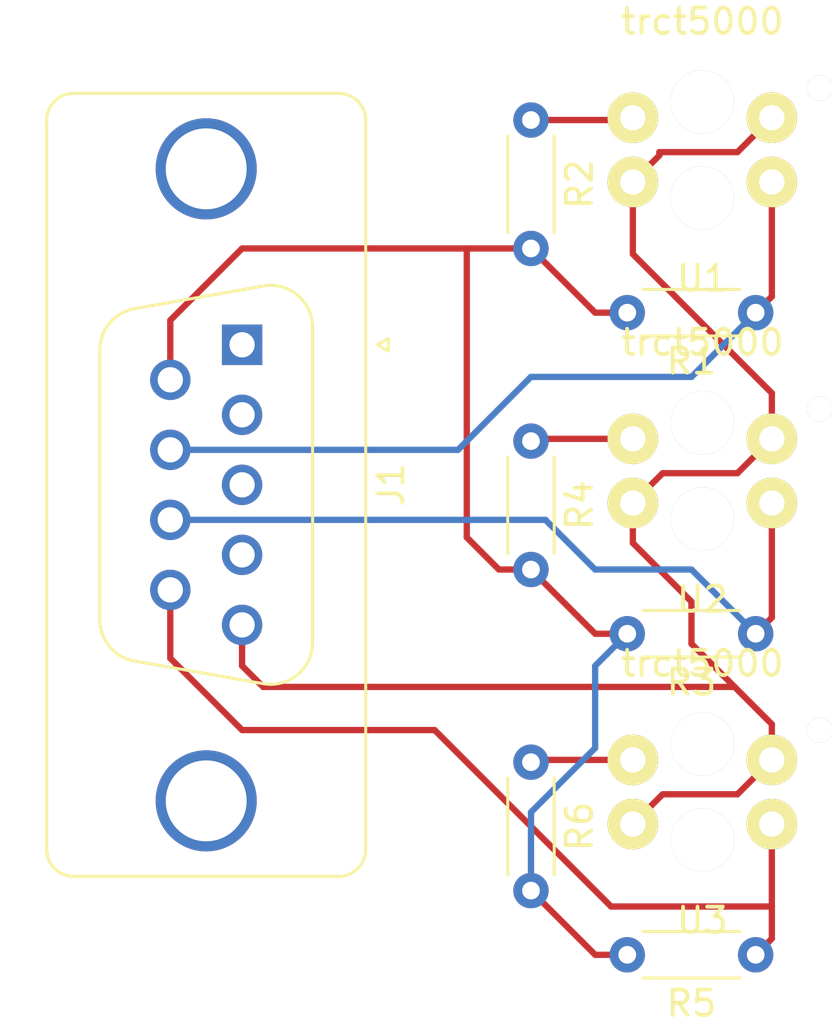
<source format=kicad_pcb>
(kicad_pcb (version 20171130) (host pcbnew 5.1.9+dfsg1-1+deb11u1)

  (general
    (thickness 1.6)
    (drawings 0)
    (tracks 65)
    (zones 0)
    (modules 10)
    (nets 13)
  )

  (page A4)
  (layers
    (0 F.Cu signal)
    (31 B.Cu signal)
    (32 B.Adhes user)
    (33 F.Adhes user)
    (34 B.Paste user)
    (35 F.Paste user)
    (36 B.SilkS user)
    (37 F.SilkS user)
    (38 B.Mask user)
    (39 F.Mask user)
    (40 Dwgs.User user)
    (41 Cmts.User user)
    (42 Eco1.User user)
    (43 Eco2.User user)
    (44 Edge.Cuts user)
    (45 Margin user)
    (46 B.CrtYd user)
    (47 F.CrtYd user)
    (48 B.Fab user)
    (49 F.Fab user)
  )

  (setup
    (last_trace_width 0.25)
    (trace_clearance 0.2)
    (zone_clearance 0.508)
    (zone_45_only no)
    (trace_min 0.2)
    (via_size 0.8)
    (via_drill 0.4)
    (via_min_size 0.4)
    (via_min_drill 0.3)
    (uvia_size 0.3)
    (uvia_drill 0.1)
    (uvias_allowed no)
    (uvia_min_size 0.2)
    (uvia_min_drill 0.1)
    (edge_width 0.05)
    (segment_width 0.2)
    (pcb_text_width 0.3)
    (pcb_text_size 1.5 1.5)
    (mod_edge_width 0.12)
    (mod_text_size 1 1)
    (mod_text_width 0.15)
    (pad_size 1.524 1.524)
    (pad_drill 0.762)
    (pad_to_mask_clearance 0)
    (aux_axis_origin 0 0)
    (visible_elements FFFFFF7F)
    (pcbplotparams
      (layerselection 0x010fc_ffffffff)
      (usegerberextensions false)
      (usegerberattributes true)
      (usegerberadvancedattributes true)
      (creategerberjobfile true)
      (excludeedgelayer true)
      (linewidth 0.100000)
      (plotframeref false)
      (viasonmask false)
      (mode 1)
      (useauxorigin false)
      (hpglpennumber 1)
      (hpglpenspeed 20)
      (hpglpendiameter 15.000000)
      (psnegative false)
      (psa4output false)
      (plotreference true)
      (plotvalue true)
      (plotinvisibletext false)
      (padsonsilk false)
      (subtractmaskfromsilk false)
      (outputformat 1)
      (mirror false)
      (drillshape 1)
      (scaleselection 1)
      (outputdirectory ""))
  )

  (net 0 "")
  (net 1 "Net-(J1-Pad7)")
  (net 2 GND)
  (net 3 "Net-(R2-Pad1)")
  (net 4 "Net-(J1-Pad8)")
  (net 5 "Net-(R4-Pad1)")
  (net 6 "Net-(J1-Pad9)")
  (net 7 "Net-(R6-Pad1)")
  (net 8 "Net-(J1-Pad6)")
  (net 9 "Net-(J1-Pad4)")
  (net 10 "Net-(J1-Pad3)")
  (net 11 "Net-(J1-Pad2)")
  (net 12 +5V)

  (net_class Default "This is the default net class."
    (clearance 0.2)
    (trace_width 0.25)
    (via_dia 0.8)
    (via_drill 0.4)
    (uvia_dia 0.3)
    (uvia_drill 0.1)
    (add_net +5V)
    (add_net GND)
    (add_net "Net-(J1-Pad2)")
    (add_net "Net-(J1-Pad3)")
    (add_net "Net-(J1-Pad4)")
    (add_net "Net-(J1-Pad6)")
    (add_net "Net-(J1-Pad7)")
    (add_net "Net-(J1-Pad8)")
    (add_net "Net-(J1-Pad9)")
    (add_net "Net-(R2-Pad1)")
    (add_net "Net-(R4-Pad1)")
    (add_net "Net-(R6-Pad1)")
  )

  (module Resistor_THT:R_Axial_DIN0204_L3.6mm_D1.6mm_P5.08mm_Horizontal (layer F.Cu) (tedit 5AE5139B) (tstamp 6523B6CC)
    (at 140.97 140.97 270)
    (descr "Resistor, Axial_DIN0204 series, Axial, Horizontal, pin pitch=5.08mm, 0.167W, length*diameter=3.6*1.6mm^2, http://cdn-reichelt.de/documents/datenblatt/B400/1_4W%23YAG.pdf")
    (tags "Resistor Axial_DIN0204 series Axial Horizontal pin pitch 5.08mm 0.167W length 3.6mm diameter 1.6mm")
    (path /652679E6)
    (fp_text reference R6 (at 2.54 -1.92 90) (layer F.SilkS)
      (effects (font (size 1 1) (thickness 0.15)))
    )
    (fp_text value 100 (at 2.54 1.92 90) (layer F.Fab)
      (effects (font (size 1 1) (thickness 0.15)))
    )
    (fp_text user %R (at 2.54 0 90) (layer F.Fab)
      (effects (font (size 0.72 0.72) (thickness 0.108)))
    )
    (fp_line (start 0.74 -0.8) (end 0.74 0.8) (layer F.Fab) (width 0.1))
    (fp_line (start 0.74 0.8) (end 4.34 0.8) (layer F.Fab) (width 0.1))
    (fp_line (start 4.34 0.8) (end 4.34 -0.8) (layer F.Fab) (width 0.1))
    (fp_line (start 4.34 -0.8) (end 0.74 -0.8) (layer F.Fab) (width 0.1))
    (fp_line (start 0 0) (end 0.74 0) (layer F.Fab) (width 0.1))
    (fp_line (start 5.08 0) (end 4.34 0) (layer F.Fab) (width 0.1))
    (fp_line (start 0.62 -0.92) (end 4.46 -0.92) (layer F.SilkS) (width 0.12))
    (fp_line (start 0.62 0.92) (end 4.46 0.92) (layer F.SilkS) (width 0.12))
    (fp_line (start -0.95 -1.05) (end -0.95 1.05) (layer F.CrtYd) (width 0.05))
    (fp_line (start -0.95 1.05) (end 6.03 1.05) (layer F.CrtYd) (width 0.05))
    (fp_line (start 6.03 1.05) (end 6.03 -1.05) (layer F.CrtYd) (width 0.05))
    (fp_line (start 6.03 -1.05) (end -0.95 -1.05) (layer F.CrtYd) (width 0.05))
    (pad 2 thru_hole oval (at 5.08 0 270) (size 1.4 1.4) (drill 0.7) (layers *.Cu *.Mask)
      (net 8 "Net-(J1-Pad6)"))
    (pad 1 thru_hole circle (at 0 0 270) (size 1.4 1.4) (drill 0.7) (layers *.Cu *.Mask)
      (net 7 "Net-(R6-Pad1)"))
    (model ${KISYS3DMOD}/Resistor_THT.3dshapes/R_Axial_DIN0204_L3.6mm_D1.6mm_P5.08mm_Horizontal.wrl
      (at (xyz 0 0 0))
      (scale (xyz 1 1 1))
      (rotate (xyz 0 0 0))
    )
  )

  (module Resistor_THT:R_Axial_DIN0204_L3.6mm_D1.6mm_P5.08mm_Horizontal (layer F.Cu) (tedit 5AE5139B) (tstamp 6523B6B9)
    (at 149.86 148.59 180)
    (descr "Resistor, Axial_DIN0204 series, Axial, Horizontal, pin pitch=5.08mm, 0.167W, length*diameter=3.6*1.6mm^2, http://cdn-reichelt.de/documents/datenblatt/B400/1_4W%23YAG.pdf")
    (tags "Resistor Axial_DIN0204 series Axial Horizontal pin pitch 5.08mm 0.167W length 3.6mm diameter 1.6mm")
    (path /6521D46A)
    (fp_text reference R5 (at 2.54 -1.92) (layer F.SilkS)
      (effects (font (size 1 1) (thickness 0.15)))
    )
    (fp_text value 10000 (at 2.54 1.92) (layer F.Fab)
      (effects (font (size 1 1) (thickness 0.15)))
    )
    (fp_text user %R (at 2.54 0) (layer F.Fab)
      (effects (font (size 0.72 0.72) (thickness 0.108)))
    )
    (fp_line (start 0.74 -0.8) (end 0.74 0.8) (layer F.Fab) (width 0.1))
    (fp_line (start 0.74 0.8) (end 4.34 0.8) (layer F.Fab) (width 0.1))
    (fp_line (start 4.34 0.8) (end 4.34 -0.8) (layer F.Fab) (width 0.1))
    (fp_line (start 4.34 -0.8) (end 0.74 -0.8) (layer F.Fab) (width 0.1))
    (fp_line (start 0 0) (end 0.74 0) (layer F.Fab) (width 0.1))
    (fp_line (start 5.08 0) (end 4.34 0) (layer F.Fab) (width 0.1))
    (fp_line (start 0.62 -0.92) (end 4.46 -0.92) (layer F.SilkS) (width 0.12))
    (fp_line (start 0.62 0.92) (end 4.46 0.92) (layer F.SilkS) (width 0.12))
    (fp_line (start -0.95 -1.05) (end -0.95 1.05) (layer F.CrtYd) (width 0.05))
    (fp_line (start -0.95 1.05) (end 6.03 1.05) (layer F.CrtYd) (width 0.05))
    (fp_line (start 6.03 1.05) (end 6.03 -1.05) (layer F.CrtYd) (width 0.05))
    (fp_line (start 6.03 -1.05) (end -0.95 -1.05) (layer F.CrtYd) (width 0.05))
    (pad 2 thru_hole oval (at 5.08 0 180) (size 1.4 1.4) (drill 0.7) (layers *.Cu *.Mask)
      (net 8 "Net-(J1-Pad6)"))
    (pad 1 thru_hole circle (at 0 0 180) (size 1.4 1.4) (drill 0.7) (layers *.Cu *.Mask)
      (net 6 "Net-(J1-Pad9)"))
    (model ${KISYS3DMOD}/Resistor_THT.3dshapes/R_Axial_DIN0204_L3.6mm_D1.6mm_P5.08mm_Horizontal.wrl
      (at (xyz 0 0 0))
      (scale (xyz 1 1 1))
      (rotate (xyz 0 0 0))
    )
  )

  (module Resistor_THT:R_Axial_DIN0204_L3.6mm_D1.6mm_P5.08mm_Horizontal (layer F.Cu) (tedit 5AE5139B) (tstamp 6523B6A6)
    (at 140.97 128.27 270)
    (descr "Resistor, Axial_DIN0204 series, Axial, Horizontal, pin pitch=5.08mm, 0.167W, length*diameter=3.6*1.6mm^2, http://cdn-reichelt.de/documents/datenblatt/B400/1_4W%23YAG.pdf")
    (tags "Resistor Axial_DIN0204 series Axial Horizontal pin pitch 5.08mm 0.167W length 3.6mm diameter 1.6mm")
    (path /6521D464)
    (fp_text reference R4 (at 2.54 -1.92 90) (layer F.SilkS)
      (effects (font (size 1 1) (thickness 0.15)))
    )
    (fp_text value 100 (at 2.54 1.92 90) (layer F.Fab)
      (effects (font (size 1 1) (thickness 0.15)))
    )
    (fp_text user %R (at 2.54 0 90) (layer F.Fab)
      (effects (font (size 0.72 0.72) (thickness 0.108)))
    )
    (fp_line (start 0.74 -0.8) (end 0.74 0.8) (layer F.Fab) (width 0.1))
    (fp_line (start 0.74 0.8) (end 4.34 0.8) (layer F.Fab) (width 0.1))
    (fp_line (start 4.34 0.8) (end 4.34 -0.8) (layer F.Fab) (width 0.1))
    (fp_line (start 4.34 -0.8) (end 0.74 -0.8) (layer F.Fab) (width 0.1))
    (fp_line (start 0 0) (end 0.74 0) (layer F.Fab) (width 0.1))
    (fp_line (start 5.08 0) (end 4.34 0) (layer F.Fab) (width 0.1))
    (fp_line (start 0.62 -0.92) (end 4.46 -0.92) (layer F.SilkS) (width 0.12))
    (fp_line (start 0.62 0.92) (end 4.46 0.92) (layer F.SilkS) (width 0.12))
    (fp_line (start -0.95 -1.05) (end -0.95 1.05) (layer F.CrtYd) (width 0.05))
    (fp_line (start -0.95 1.05) (end 6.03 1.05) (layer F.CrtYd) (width 0.05))
    (fp_line (start 6.03 1.05) (end 6.03 -1.05) (layer F.CrtYd) (width 0.05))
    (fp_line (start 6.03 -1.05) (end -0.95 -1.05) (layer F.CrtYd) (width 0.05))
    (pad 2 thru_hole oval (at 5.08 0 270) (size 1.4 1.4) (drill 0.7) (layers *.Cu *.Mask)
      (net 8 "Net-(J1-Pad6)"))
    (pad 1 thru_hole circle (at 0 0 270) (size 1.4 1.4) (drill 0.7) (layers *.Cu *.Mask)
      (net 5 "Net-(R4-Pad1)"))
    (model ${KISYS3DMOD}/Resistor_THT.3dshapes/R_Axial_DIN0204_L3.6mm_D1.6mm_P5.08mm_Horizontal.wrl
      (at (xyz 0 0 0))
      (scale (xyz 1 1 1))
      (rotate (xyz 0 0 0))
    )
  )

  (module Resistor_THT:R_Axial_DIN0204_L3.6mm_D1.6mm_P5.08mm_Horizontal (layer F.Cu) (tedit 5AE5139B) (tstamp 6523B693)
    (at 149.86 135.89 180)
    (descr "Resistor, Axial_DIN0204 series, Axial, Horizontal, pin pitch=5.08mm, 0.167W, length*diameter=3.6*1.6mm^2, http://cdn-reichelt.de/documents/datenblatt/B400/1_4W%23YAG.pdf")
    (tags "Resistor Axial_DIN0204 series Axial Horizontal pin pitch 5.08mm 0.167W length 3.6mm diameter 1.6mm")
    (path /6521B910)
    (fp_text reference R3 (at 2.54 -1.92) (layer F.SilkS)
      (effects (font (size 1 1) (thickness 0.15)))
    )
    (fp_text value 10000 (at 2.54 1.92) (layer F.Fab)
      (effects (font (size 1 1) (thickness 0.15)))
    )
    (fp_text user %R (at 2.54 0) (layer F.Fab)
      (effects (font (size 0.72 0.72) (thickness 0.108)))
    )
    (fp_line (start 0.74 -0.8) (end 0.74 0.8) (layer F.Fab) (width 0.1))
    (fp_line (start 0.74 0.8) (end 4.34 0.8) (layer F.Fab) (width 0.1))
    (fp_line (start 4.34 0.8) (end 4.34 -0.8) (layer F.Fab) (width 0.1))
    (fp_line (start 4.34 -0.8) (end 0.74 -0.8) (layer F.Fab) (width 0.1))
    (fp_line (start 0 0) (end 0.74 0) (layer F.Fab) (width 0.1))
    (fp_line (start 5.08 0) (end 4.34 0) (layer F.Fab) (width 0.1))
    (fp_line (start 0.62 -0.92) (end 4.46 -0.92) (layer F.SilkS) (width 0.12))
    (fp_line (start 0.62 0.92) (end 4.46 0.92) (layer F.SilkS) (width 0.12))
    (fp_line (start -0.95 -1.05) (end -0.95 1.05) (layer F.CrtYd) (width 0.05))
    (fp_line (start -0.95 1.05) (end 6.03 1.05) (layer F.CrtYd) (width 0.05))
    (fp_line (start 6.03 1.05) (end 6.03 -1.05) (layer F.CrtYd) (width 0.05))
    (fp_line (start 6.03 -1.05) (end -0.95 -1.05) (layer F.CrtYd) (width 0.05))
    (pad 2 thru_hole oval (at 5.08 0 180) (size 1.4 1.4) (drill 0.7) (layers *.Cu *.Mask)
      (net 8 "Net-(J1-Pad6)"))
    (pad 1 thru_hole circle (at 0 0 180) (size 1.4 1.4) (drill 0.7) (layers *.Cu *.Mask)
      (net 4 "Net-(J1-Pad8)"))
    (model ${KISYS3DMOD}/Resistor_THT.3dshapes/R_Axial_DIN0204_L3.6mm_D1.6mm_P5.08mm_Horizontal.wrl
      (at (xyz 0 0 0))
      (scale (xyz 1 1 1))
      (rotate (xyz 0 0 0))
    )
  )

  (module Resistor_THT:R_Axial_DIN0204_L3.6mm_D1.6mm_P5.08mm_Horizontal (layer F.Cu) (tedit 5AE5139B) (tstamp 6523B680)
    (at 140.97 115.57 270)
    (descr "Resistor, Axial_DIN0204 series, Axial, Horizontal, pin pitch=5.08mm, 0.167W, length*diameter=3.6*1.6mm^2, http://cdn-reichelt.de/documents/datenblatt/B400/1_4W%23YAG.pdf")
    (tags "Resistor Axial_DIN0204 series Axial Horizontal pin pitch 5.08mm 0.167W length 3.6mm diameter 1.6mm")
    (path /6521B24C)
    (fp_text reference R2 (at 2.54 -1.92 90) (layer F.SilkS)
      (effects (font (size 1 1) (thickness 0.15)))
    )
    (fp_text value 100 (at 2.54 1.92 90) (layer F.Fab)
      (effects (font (size 1 1) (thickness 0.15)))
    )
    (fp_text user %R (at 2.54 0 90) (layer F.Fab)
      (effects (font (size 0.72 0.72) (thickness 0.108)))
    )
    (fp_line (start 0.74 -0.8) (end 0.74 0.8) (layer F.Fab) (width 0.1))
    (fp_line (start 0.74 0.8) (end 4.34 0.8) (layer F.Fab) (width 0.1))
    (fp_line (start 4.34 0.8) (end 4.34 -0.8) (layer F.Fab) (width 0.1))
    (fp_line (start 4.34 -0.8) (end 0.74 -0.8) (layer F.Fab) (width 0.1))
    (fp_line (start 0 0) (end 0.74 0) (layer F.Fab) (width 0.1))
    (fp_line (start 5.08 0) (end 4.34 0) (layer F.Fab) (width 0.1))
    (fp_line (start 0.62 -0.92) (end 4.46 -0.92) (layer F.SilkS) (width 0.12))
    (fp_line (start 0.62 0.92) (end 4.46 0.92) (layer F.SilkS) (width 0.12))
    (fp_line (start -0.95 -1.05) (end -0.95 1.05) (layer F.CrtYd) (width 0.05))
    (fp_line (start -0.95 1.05) (end 6.03 1.05) (layer F.CrtYd) (width 0.05))
    (fp_line (start 6.03 1.05) (end 6.03 -1.05) (layer F.CrtYd) (width 0.05))
    (fp_line (start 6.03 -1.05) (end -0.95 -1.05) (layer F.CrtYd) (width 0.05))
    (pad 2 thru_hole oval (at 5.08 0 270) (size 1.4 1.4) (drill 0.7) (layers *.Cu *.Mask)
      (net 8 "Net-(J1-Pad6)"))
    (pad 1 thru_hole circle (at 0 0 270) (size 1.4 1.4) (drill 0.7) (layers *.Cu *.Mask)
      (net 3 "Net-(R2-Pad1)"))
    (model ${KISYS3DMOD}/Resistor_THT.3dshapes/R_Axial_DIN0204_L3.6mm_D1.6mm_P5.08mm_Horizontal.wrl
      (at (xyz 0 0 0))
      (scale (xyz 1 1 1))
      (rotate (xyz 0 0 0))
    )
  )

  (module Resistor_THT:R_Axial_DIN0204_L3.6mm_D1.6mm_P5.08mm_Horizontal (layer F.Cu) (tedit 5AE5139B) (tstamp 6523B66D)
    (at 149.86 123.19 180)
    (descr "Resistor, Axial_DIN0204 series, Axial, Horizontal, pin pitch=5.08mm, 0.167W, length*diameter=3.6*1.6mm^2, http://cdn-reichelt.de/documents/datenblatt/B400/1_4W%23YAG.pdf")
    (tags "Resistor Axial_DIN0204 series Axial Horizontal pin pitch 5.08mm 0.167W length 3.6mm diameter 1.6mm")
    (path /6521935C)
    (fp_text reference R1 (at 2.54 -1.92) (layer F.SilkS)
      (effects (font (size 1 1) (thickness 0.15)))
    )
    (fp_text value 10000 (at 2.54 1.92) (layer F.Fab)
      (effects (font (size 1 1) (thickness 0.15)))
    )
    (fp_text user %R (at 2.54 0) (layer F.Fab)
      (effects (font (size 0.72 0.72) (thickness 0.108)))
    )
    (fp_line (start 0.74 -0.8) (end 0.74 0.8) (layer F.Fab) (width 0.1))
    (fp_line (start 0.74 0.8) (end 4.34 0.8) (layer F.Fab) (width 0.1))
    (fp_line (start 4.34 0.8) (end 4.34 -0.8) (layer F.Fab) (width 0.1))
    (fp_line (start 4.34 -0.8) (end 0.74 -0.8) (layer F.Fab) (width 0.1))
    (fp_line (start 0 0) (end 0.74 0) (layer F.Fab) (width 0.1))
    (fp_line (start 5.08 0) (end 4.34 0) (layer F.Fab) (width 0.1))
    (fp_line (start 0.62 -0.92) (end 4.46 -0.92) (layer F.SilkS) (width 0.12))
    (fp_line (start 0.62 0.92) (end 4.46 0.92) (layer F.SilkS) (width 0.12))
    (fp_line (start -0.95 -1.05) (end -0.95 1.05) (layer F.CrtYd) (width 0.05))
    (fp_line (start -0.95 1.05) (end 6.03 1.05) (layer F.CrtYd) (width 0.05))
    (fp_line (start 6.03 1.05) (end 6.03 -1.05) (layer F.CrtYd) (width 0.05))
    (fp_line (start 6.03 -1.05) (end -0.95 -1.05) (layer F.CrtYd) (width 0.05))
    (pad 2 thru_hole oval (at 5.08 0 180) (size 1.4 1.4) (drill 0.7) (layers *.Cu *.Mask)
      (net 8 "Net-(J1-Pad6)"))
    (pad 1 thru_hole circle (at 0 0 180) (size 1.4 1.4) (drill 0.7) (layers *.Cu *.Mask)
      (net 1 "Net-(J1-Pad7)"))
    (model ${KISYS3DMOD}/Resistor_THT.3dshapes/R_Axial_DIN0204_L3.6mm_D1.6mm_P5.08mm_Horizontal.wrl
      (at (xyz 0 0 0))
      (scale (xyz 1 1 1))
      (rotate (xyz 0 0 0))
    )
  )

  (module Connector_Dsub:DSUB-9_Male_Vertical_P2.77x2.84mm_MountingHoles (layer F.Cu) (tedit 59FEDEE2) (tstamp 6523B65A)
    (at 129.54 124.46 270)
    (descr "9-pin D-Sub connector, straight/vertical, THT-mount, male, pitch 2.77x2.84mm, distance of mounting holes 25mm, see https://disti-assets.s3.amazonaws.com/tonar/files/datasheets/16730.pdf")
    (tags "9-pin D-Sub connector straight vertical THT male pitch 2.77x2.84mm mounting holes distance 25mm")
    (path /652024AA)
    (fp_text reference J1 (at 5.54 -5.89 90) (layer F.SilkS)
      (effects (font (size 1 1) (thickness 0.15)))
    )
    (fp_text value DB9_Male (at 5.54 8.73 90) (layer F.Fab)
      (effects (font (size 1 1) (thickness 0.15)))
    )
    (fp_text user %R (at 5.54 1.42 90) (layer F.Fab)
      (effects (font (size 1 1) (thickness 0.15)))
    )
    (fp_arc (start 10.872421 3.97) (end 10.872421 5.63) (angle -80) (layer F.SilkS) (width 0.12))
    (fp_arc (start 0.207579 3.97) (end 0.207579 5.63) (angle 80) (layer F.SilkS) (width 0.12))
    (fp_arc (start 11.771689 -1.13) (end 11.771689 -2.79) (angle 100) (layer F.SilkS) (width 0.12))
    (fp_arc (start -0.691689 -1.13) (end -0.691689 -2.79) (angle -100) (layer F.SilkS) (width 0.12))
    (fp_arc (start 10.883927 3.97) (end 10.883927 5.57) (angle -80) (layer F.Fab) (width 0.1))
    (fp_arc (start 0.196073 3.97) (end 0.196073 5.57) (angle 80) (layer F.Fab) (width 0.1))
    (fp_arc (start 11.783194 -1.13) (end 11.783194 -2.73) (angle 100) (layer F.Fab) (width 0.1))
    (fp_arc (start -0.703194 -1.13) (end -0.703194 -2.73) (angle -100) (layer F.Fab) (width 0.1))
    (fp_arc (start 19.965 6.67) (end 21.025 6.67) (angle 90) (layer F.SilkS) (width 0.12))
    (fp_arc (start -8.885 6.67) (end -9.945 6.67) (angle -90) (layer F.SilkS) (width 0.12))
    (fp_arc (start 19.965 -3.83) (end 19.965 -4.89) (angle 90) (layer F.SilkS) (width 0.12))
    (fp_arc (start -8.885 -3.83) (end -9.945 -3.83) (angle 90) (layer F.SilkS) (width 0.12))
    (fp_arc (start 19.965 6.67) (end 20.965 6.67) (angle 90) (layer F.Fab) (width 0.1))
    (fp_arc (start -8.885 6.67) (end -9.885 6.67) (angle -90) (layer F.Fab) (width 0.1))
    (fp_arc (start 19.965 -3.83) (end 19.965 -4.83) (angle 90) (layer F.Fab) (width 0.1))
    (fp_arc (start -8.885 -3.83) (end -9.885 -3.83) (angle 90) (layer F.Fab) (width 0.1))
    (fp_line (start -8.885 -4.83) (end 19.965 -4.83) (layer F.Fab) (width 0.1))
    (fp_line (start 20.965 -3.83) (end 20.965 6.67) (layer F.Fab) (width 0.1))
    (fp_line (start 19.965 7.67) (end -8.885 7.67) (layer F.Fab) (width 0.1))
    (fp_line (start -9.885 6.67) (end -9.885 -3.83) (layer F.Fab) (width 0.1))
    (fp_line (start -8.885 -4.89) (end 19.965 -4.89) (layer F.SilkS) (width 0.12))
    (fp_line (start 21.025 -3.83) (end 21.025 6.67) (layer F.SilkS) (width 0.12))
    (fp_line (start 19.965 7.73) (end -8.885 7.73) (layer F.SilkS) (width 0.12))
    (fp_line (start -9.945 6.67) (end -9.945 -3.83) (layer F.SilkS) (width 0.12))
    (fp_line (start -0.25 -5.784338) (end 0.25 -5.784338) (layer F.SilkS) (width 0.12))
    (fp_line (start 0.25 -5.784338) (end 0 -5.351325) (layer F.SilkS) (width 0.12))
    (fp_line (start 0 -5.351325) (end -0.25 -5.784338) (layer F.SilkS) (width 0.12))
    (fp_line (start -0.703194 -2.73) (end 11.783194 -2.73) (layer F.Fab) (width 0.1))
    (fp_line (start 0.196073 5.57) (end 10.883927 5.57) (layer F.Fab) (width 0.1))
    (fp_line (start 13.358887 -0.852163) (end 12.459619 4.247837) (layer F.Fab) (width 0.1))
    (fp_line (start -2.278887 -0.852163) (end -1.379619 4.247837) (layer F.Fab) (width 0.1))
    (fp_line (start -0.691689 -2.79) (end 11.771689 -2.79) (layer F.SilkS) (width 0.12))
    (fp_line (start 0.207579 5.63) (end 10.872421 5.63) (layer F.SilkS) (width 0.12))
    (fp_line (start 13.40647 -0.841744) (end 12.507202 4.258256) (layer F.SilkS) (width 0.12))
    (fp_line (start -2.32647 -0.841744) (end -1.427202 4.258256) (layer F.SilkS) (width 0.12))
    (fp_line (start -10.4 -5.35) (end -10.4 8.2) (layer F.CrtYd) (width 0.05))
    (fp_line (start -10.4 8.2) (end 21.5 8.2) (layer F.CrtYd) (width 0.05))
    (fp_line (start 21.5 8.2) (end 21.5 -5.35) (layer F.CrtYd) (width 0.05))
    (fp_line (start 21.5 -5.35) (end -10.4 -5.35) (layer F.CrtYd) (width 0.05))
    (pad 0 thru_hole circle (at 18.04 1.42 270) (size 4 4) (drill 3.2) (layers *.Cu *.Mask))
    (pad 0 thru_hole circle (at -6.96 1.42 270) (size 4 4) (drill 3.2) (layers *.Cu *.Mask))
    (pad 9 thru_hole circle (at 9.695 2.84 270) (size 1.6 1.6) (drill 1) (layers *.Cu *.Mask)
      (net 6 "Net-(J1-Pad9)"))
    (pad 8 thru_hole circle (at 6.925 2.84 270) (size 1.6 1.6) (drill 1) (layers *.Cu *.Mask)
      (net 4 "Net-(J1-Pad8)"))
    (pad 7 thru_hole circle (at 4.155 2.84 270) (size 1.6 1.6) (drill 1) (layers *.Cu *.Mask)
      (net 1 "Net-(J1-Pad7)"))
    (pad 6 thru_hole circle (at 1.385 2.84 270) (size 1.6 1.6) (drill 1) (layers *.Cu *.Mask)
      (net 8 "Net-(J1-Pad6)"))
    (pad 5 thru_hole circle (at 11.08 0 270) (size 1.6 1.6) (drill 1) (layers *.Cu *.Mask)
      (net 2 GND))
    (pad 4 thru_hole circle (at 8.31 0 270) (size 1.6 1.6) (drill 1) (layers *.Cu *.Mask)
      (net 9 "Net-(J1-Pad4)"))
    (pad 3 thru_hole circle (at 5.54 0 270) (size 1.6 1.6) (drill 1) (layers *.Cu *.Mask)
      (net 10 "Net-(J1-Pad3)"))
    (pad 2 thru_hole circle (at 2.77 0 270) (size 1.6 1.6) (drill 1) (layers *.Cu *.Mask)
      (net 11 "Net-(J1-Pad2)"))
    (pad 1 thru_hole rect (at 0 0 270) (size 1.6 1.6) (drill 1) (layers *.Cu *.Mask)
      (net 12 +5V))
    (model ${KISYS3DMOD}/Connector_Dsub.3dshapes/DSUB-9_Male_Vertical_P2.77x2.84mm_MountingHoles.wrl
      (at (xyz 0 0 0))
      (scale (xyz 1 1 1))
      (rotate (xyz 0 0 0))
    )
  )

  (module linefollower:TCRT5000 (layer F.Cu) (tedit 0) (tstamp 6523BAEB)
    (at 147.75 142.15 180)
    (path /651FDF48)
    (fp_text reference U3 (at 0 -5.08) (layer F.SilkS)
      (effects (font (size 1 1) (thickness 0.15)))
    )
    (fp_text value trct5000 (at 0 5.08) (layer F.SilkS)
      (effects (font (size 1 1) (thickness 0.15)))
    )
    (pad 3 thru_hole circle (at -2.75 -1.27 180) (size 2 2) (drill 1) (layers *.Cu *.Mask F.SilkS)
      (net 6 "Net-(J1-Pad9)"))
    (pad 1 thru_hole circle (at 2.75 -1.27 180) (size 2 2) (drill 1) (layers *.Cu *.Mask F.SilkS)
      (net 2 GND))
    (pad 4 thru_hole circle (at -2.75 1.27 180) (size 2 2) (drill 1) (layers *.Cu *.Mask F.SilkS)
      (net 2 GND))
    (pad 2 thru_hole circle (at 2.75 1.27 180) (size 2 2) (drill 1) (layers *.Cu *.Mask F.SilkS)
      (net 7 "Net-(R6-Pad1)"))
    (pad hole thru_hole circle (at 0 1.9 180) (size 2.5 2.5) (drill 2.5) (layers *.Cu *.Mask F.SilkS))
    (pad hole thru_hole circle (at 0 -1.9 180) (size 2.5 2.5) (drill 2.5) (layers *.Cu *.Mask F.SilkS))
    (pad hole thru_hole circle (at -4.65 2.45 180) (size 1 1) (drill 1) (layers *.Cu *.Mask F.SilkS))
  )

  (module linefollower:TCRT5000 (layer F.Cu) (tedit 0) (tstamp 6523BACD)
    (at 147.75 129.45 180)
    (path /651FF0D0)
    (fp_text reference U2 (at 0 -5.08) (layer F.SilkS)
      (effects (font (size 1 1) (thickness 0.15)))
    )
    (fp_text value trct5000 (at 0 5.08) (layer F.SilkS)
      (effects (font (size 1 1) (thickness 0.15)))
    )
    (pad 3 thru_hole circle (at -2.75 -1.27 180) (size 2 2) (drill 1) (layers *.Cu *.Mask F.SilkS)
      (net 4 "Net-(J1-Pad8)"))
    (pad 1 thru_hole circle (at 2.75 -1.27 180) (size 2 2) (drill 1) (layers *.Cu *.Mask F.SilkS)
      (net 2 GND))
    (pad 4 thru_hole circle (at -2.75 1.27 180) (size 2 2) (drill 1) (layers *.Cu *.Mask F.SilkS)
      (net 2 GND))
    (pad 2 thru_hole circle (at 2.75 1.27 180) (size 2 2) (drill 1) (layers *.Cu *.Mask F.SilkS)
      (net 5 "Net-(R4-Pad1)"))
    (pad hole thru_hole circle (at 0 1.9 180) (size 2.5 2.5) (drill 2.5) (layers *.Cu *.Mask F.SilkS))
    (pad hole thru_hole circle (at 0 -1.9 180) (size 2.5 2.5) (drill 2.5) (layers *.Cu *.Mask F.SilkS))
    (pad hole thru_hole circle (at -4.65 2.45 180) (size 1 1) (drill 1) (layers *.Cu *.Mask F.SilkS))
  )

  (module linefollower:TCRT5000 (layer F.Cu) (tedit 0) (tstamp 6523BAAF)
    (at 147.75 116.75 180)
    (path /651FF6F2)
    (fp_text reference U1 (at 0 -5.08) (layer F.SilkS)
      (effects (font (size 1 1) (thickness 0.15)))
    )
    (fp_text value trct5000 (at 0 5.08) (layer F.SilkS)
      (effects (font (size 1 1) (thickness 0.15)))
    )
    (pad 3 thru_hole circle (at -2.75 -1.27 180) (size 2 2) (drill 1) (layers *.Cu *.Mask F.SilkS)
      (net 1 "Net-(J1-Pad7)"))
    (pad 1 thru_hole circle (at 2.75 -1.27 180) (size 2 2) (drill 1) (layers *.Cu *.Mask F.SilkS)
      (net 2 GND))
    (pad 4 thru_hole circle (at -2.75 1.27 180) (size 2 2) (drill 1) (layers *.Cu *.Mask F.SilkS)
      (net 2 GND))
    (pad 2 thru_hole circle (at 2.75 1.27 180) (size 2 2) (drill 1) (layers *.Cu *.Mask F.SilkS)
      (net 3 "Net-(R2-Pad1)"))
    (pad hole thru_hole circle (at 0 1.9 180) (size 2.5 2.5) (drill 2.5) (layers *.Cu *.Mask F.SilkS))
    (pad hole thru_hole circle (at 0 -1.9 180) (size 2.5 2.5) (drill 2.5) (layers *.Cu *.Mask F.SilkS))
    (pad hole thru_hole circle (at -4.65 2.45 180) (size 1 1) (drill 1) (layers *.Cu *.Mask F.SilkS))
  )

  (segment (start 150.5 122.55) (end 149.86 123.19) (width 0.25) (layer F.Cu) (net 1))
  (segment (start 150.5 118.02) (end 150.5 122.55) (width 0.25) (layer F.Cu) (net 1))
  (segment (start 147.32 125.73) (end 149.86 123.19) (width 0.25) (layer B.Cu) (net 1))
  (segment (start 140.97 125.73) (end 147.32 125.73) (width 0.25) (layer B.Cu) (net 1))
  (segment (start 138.085 128.615) (end 140.97 125.73) (width 0.25) (layer B.Cu) (net 1))
  (segment (start 126.7 128.615) (end 138.085 128.615) (width 0.25) (layer B.Cu) (net 1))
  (segment (start 150.5 115.48) (end 149.14 116.84) (width 0.25) (layer F.Cu) (net 2))
  (segment (start 149.14 116.84) (end 146.05 116.84) (width 0.25) (layer F.Cu) (net 2))
  (segment (start 146.05 116.97) (end 145 118.02) (width 0.25) (layer F.Cu) (net 2))
  (segment (start 146.05 116.84) (end 146.05 116.97) (width 0.25) (layer F.Cu) (net 2))
  (segment (start 150.5 128.18) (end 149.14 129.54) (width 0.25) (layer F.Cu) (net 2))
  (segment (start 146.18 129.54) (end 145 130.72) (width 0.25) (layer F.Cu) (net 2))
  (segment (start 149.14 129.54) (end 146.18 129.54) (width 0.25) (layer F.Cu) (net 2))
  (segment (start 150.5 140.88) (end 149.14 142.24) (width 0.25) (layer F.Cu) (net 2))
  (segment (start 146.18 142.24) (end 145 143.42) (width 0.25) (layer F.Cu) (net 2))
  (segment (start 149.14 142.24) (end 146.18 142.24) (width 0.25) (layer F.Cu) (net 2))
  (segment (start 145 130.72) (end 145 132.3) (width 0.25) (layer F.Cu) (net 2))
  (segment (start 145 132.3) (end 147.32 134.62) (width 0.25) (layer F.Cu) (net 2))
  (segment (start 150.5 139.465787) (end 150.5 140.88) (width 0.25) (layer F.Cu) (net 2))
  (segment (start 147.32 134.62) (end 147.32 136.285787) (width 0.25) (layer F.Cu) (net 2))
  (segment (start 145 118.02) (end 145 120.87) (width 0.25) (layer F.Cu) (net 2))
  (segment (start 150.5 126.37) (end 150.5 128.18) (width 0.25) (layer F.Cu) (net 2))
  (segment (start 145 120.87) (end 150.5 126.37) (width 0.25) (layer F.Cu) (net 2))
  (segment (start 129.54 135.54) (end 129.54 137.16) (width 0.25) (layer F.Cu) (net 2))
  (segment (start 130.372894 137.992894) (end 149.027106 137.992894) (width 0.25) (layer F.Cu) (net 2))
  (segment (start 129.54 137.16) (end 130.372894 137.992894) (width 0.25) (layer F.Cu) (net 2))
  (segment (start 149.027106 137.992894) (end 150.5 139.465787) (width 0.25) (layer F.Cu) (net 2))
  (segment (start 147.32 136.285787) (end 149.027106 137.992894) (width 0.25) (layer F.Cu) (net 2))
  (segment (start 144.91 115.57) (end 145 115.48) (width 0.25) (layer F.Cu) (net 3))
  (segment (start 140.97 115.57) (end 144.91 115.57) (width 0.25) (layer F.Cu) (net 3))
  (segment (start 150.5 135.25) (end 149.86 135.89) (width 0.25) (layer F.Cu) (net 4))
  (segment (start 150.5 130.72) (end 150.5 135.25) (width 0.25) (layer F.Cu) (net 4))
  (segment (start 149.86 135.89) (end 147.32 133.35) (width 0.25) (layer B.Cu) (net 4))
  (segment (start 147.32 133.35) (end 143.51 133.35) (width 0.25) (layer B.Cu) (net 4))
  (segment (start 126.7 131.385) (end 141.545 131.385) (width 0.25) (layer B.Cu) (net 4))
  (segment (start 141.545 131.385) (end 143.51 133.35) (width 0.25) (layer B.Cu) (net 4))
  (segment (start 141.06 128.18) (end 140.97 128.27) (width 0.25) (layer F.Cu) (net 5))
  (segment (start 145 128.18) (end 141.06 128.18) (width 0.25) (layer F.Cu) (net 5))
  (segment (start 150.5 147.95) (end 149.86 148.59) (width 0.25) (layer F.Cu) (net 6))
  (segment (start 150.5 143.42) (end 150.5 146.68) (width 0.25) (layer F.Cu) (net 6))
  (segment (start 150.5 146.68) (end 150.5 147.95) (width 0.25) (layer F.Cu) (net 6))
  (segment (start 126.7 136.86) (end 126.7 134.155) (width 0.25) (layer F.Cu) (net 6))
  (segment (start 129.54 139.7) (end 126.7 136.86) (width 0.25) (layer F.Cu) (net 6))
  (segment (start 137.16 139.7) (end 129.54 139.7) (width 0.25) (layer F.Cu) (net 6))
  (segment (start 144.14 146.68) (end 137.16 139.7) (width 0.25) (layer F.Cu) (net 6))
  (segment (start 150.5 146.68) (end 144.14 146.68) (width 0.25) (layer F.Cu) (net 6))
  (segment (start 141.06 140.88) (end 140.97 140.97) (width 0.25) (layer F.Cu) (net 7))
  (segment (start 145 140.88) (end 141.06 140.88) (width 0.25) (layer F.Cu) (net 7))
  (segment (start 143.51 148.59) (end 140.97 146.05) (width 0.25) (layer F.Cu) (net 8))
  (segment (start 144.78 148.59) (end 143.51 148.59) (width 0.25) (layer F.Cu) (net 8))
  (segment (start 143.51 135.89) (end 140.97 133.35) (width 0.25) (layer F.Cu) (net 8))
  (segment (start 144.78 135.89) (end 143.51 135.89) (width 0.25) (layer F.Cu) (net 8))
  (segment (start 143.51 123.19) (end 140.97 120.65) (width 0.25) (layer F.Cu) (net 8))
  (segment (start 144.78 123.19) (end 143.51 123.19) (width 0.25) (layer F.Cu) (net 8))
  (segment (start 126.7 125.845) (end 126.7 123.49) (width 0.25) (layer F.Cu) (net 8))
  (segment (start 143.51 137.16) (end 144.78 135.89) (width 0.25) (layer B.Cu) (net 8))
  (segment (start 143.51 140.408998) (end 143.51 137.16) (width 0.25) (layer B.Cu) (net 8))
  (segment (start 140.97 142.948998) (end 143.51 140.408998) (width 0.25) (layer B.Cu) (net 8))
  (segment (start 140.97 146.05) (end 140.97 142.948998) (width 0.25) (layer B.Cu) (net 8))
  (segment (start 129.54 120.65) (end 126.7 123.49) (width 0.25) (layer F.Cu) (net 8))
  (segment (start 140.97 133.35) (end 139.7 133.35) (width 0.25) (layer F.Cu) (net 8))
  (segment (start 139.7 133.35) (end 138.43 132.08) (width 0.25) (layer F.Cu) (net 8))
  (segment (start 138.43 132.08) (end 138.43 120.65) (width 0.25) (layer F.Cu) (net 8))
  (segment (start 138.43 120.65) (end 129.54 120.65) (width 0.25) (layer F.Cu) (net 8))
  (segment (start 140.97 120.65) (end 138.43 120.65) (width 0.25) (layer F.Cu) (net 8))

)

</source>
